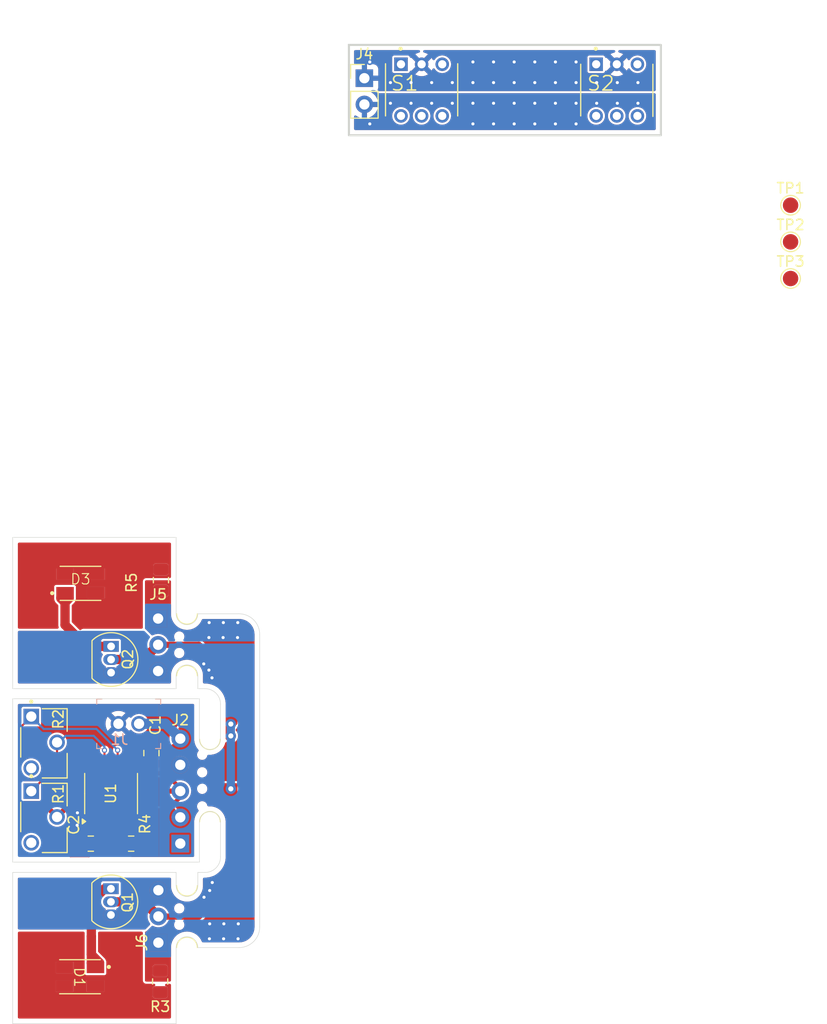
<source format=kicad_pcb>
(kicad_pcb (version 20241229) (generator "pcbnew") (generator_version "9.0")
  (layers (0 "F.Cu" signal) (2 "B.Cu" signal) (13 "F.Paste" user) (15 "B.Paste" user) (5 "F.SilkS" user "F.Silkscreen") (7 "B.SilkS" user "B.Silkscreen") (1 "F.Mask" user) (3 "B.Mask" user) (25 "Edge.Cuts" user))
  (net 0 "")
  (net 1 "Net-(U1-CV)")
  (net 2 "GND")
  (net 3 "/VT")
  (net 4 "Vin")
  (net 5 "+3V3")
  (net 6 "Net-(D1-A)")
  (net 7 "Net-(D3-A)")
  (net 8 "+9V")
  (net 9 "Net-(U1-DIS)")
  (net 10 "/Vout")
  (net 11 "Net-(D1-K)")
  (net 12 "Net-(D3-K)")
  (net 13 "Net-(U1-Q)")
  (footprint "Package_TO_SOT_THT:TO-92_Inline" (layer "F.Cu") (at 69.8 122.975 -90)
    (property "Reference" "Q1" (at 1.32 -1.61 90) (layer "F.SilkS"))
    (property "Value" "FMMT491A")
    (fp_line (start -0.53 1.85) (end 3.07 1.85) (stroke (width 0.12)) (layer "F.SilkS"))
    (fp_arc (start -0.568478 1.838478) (mid -1.132087 -0.994977) (end 1.27 -2.6) (stroke (width 0.12)) (layer "F.SilkS"))
    (fp_arc (start 1.27 -2.6) (mid 3.672087 -0.994977) (end 3.108478 1.838478) (stroke (width 0.12)) (layer "F.SilkS"))
    (pad "1" thru_hole rect (at 0 0 270) (size 1.05 1.5) (drill 0.75) (layers "*.Cu" "*.Mask") (net 11 "Net-(D1-K)"))
    (pad "2" thru_hole oval (at 1.27 0 270) (size 1.05 1.5) (drill 0.75) (layers "*.Cu" "*.Mask") (net 10 "/Vout"))
    (pad "3" thru_hole oval (at 2.54 0 270) (size 1.05 1.5) (drill 0.75) (layers "*.Cu" "*.Mask") (net 2 "GND"))
  )
  (footprint "Panelization.pretty-master:mouse-bite-2mm-slot" (layer "F.Cu") (at 77.175 125.675 90)
    (property "Reference" "mouse-bite-2mm-slot" (hide yes))
    (property "Value" "VAL**" (hide yes))
    (fp_arc (start -3 -1) (mid -2 0) (end -3 1) (stroke (width 0.1)) (layer "F.SilkS"))
    (fp_arc (start 3 1) (mid 2 0) (end 3 -1) (stroke (width 0.1)) (layer "F.SilkS"))
    (pad "" np_thru_hole circle (at -0.8 -0.75 90) (size 0.5 0.5) (drill 0.5) (layers "*.Cu" "*.Mask"))
    (pad "" np_thru_hole circle (at 0.8 -0.75 90) (size 0.5 0.5) (drill 0.5) (layers "*.Cu" "*.Mask"))
  )
  (footprint "PV37W:TRIM_PV37W103C01B00" (layer "F.Cu") (at 63.305 116.025 -90)
    (property "Reference" "R1" (at -2.225 -1.395 90) (layer "F.SilkS") (effects (font (size 1.000575 1.000575))))
    (property "Value" "50k")
    (fp_line (start -1.426 2.25) (end 1.426 2.25) (stroke (width 0.127)) (layer "F.SilkS"))
    (fp_line (start -3.26 0.156) (end -3.26 -2.25) (stroke (width 0.127)) (layer "F.SilkS"))
    (fp_line (start -3.26 -2.25) (end -1.074 -2.25) (stroke (width 0.127)) (layer "F.SilkS"))
    (fp_line (start 1.074 -2.25) (end 3.45 -2.25) (stroke (width 0.127)) (layer "F.SilkS"))
    (fp_line (start 3.45 -2.25) (end 3.45 0.156) (stroke (width 0.127)) (layer "F.SilkS"))
    (fp_circle (center -3.95 1.23) (end -3.85 1.23) (stroke (width 0.2)) (fill no) (layer "F.SilkS"))
    (pad "1" thru_hole rect (at -2.5 1.23 270) (size 1.508 1.508) (drill 1) (layers "*.Cu" "*.Mask") (net 9 "Net-(U1-DIS)"))
    (pad "2" thru_hole circle (at 0 -1.27 270) (size 1.508 1.508) (drill 1) (layers "*.Cu" "*.Mask") (net 4 "Vin"))
    (pad "3" thru_hole circle (at 2.5 1.23 270) (size 1.508 1.508) (drill 1) (layers "*.Cu" "*.Mask"))
  )
  (footprint "Diode_SMD:4-PLCC LED" (layer "F.Cu") (at 66.85 93.5)
    (property "Reference" "D3" (at 0 -0.5 0) (layer "F.SilkS") (effects (font (thickness 0.1))))
    (property "Value" "LED")
    (fp_line (start -1.975 -1.75) (end 1.975 -1.75) (stroke (width 0.12)) (layer "F.SilkS"))
    (fp_line (start -1.975 1.55) (end 1.975 1.55) (stroke (width 0.12)) (layer "F.SilkS"))
    (fp_circle (center -2.75 0.85) (end -2.65 0.85) (stroke (width 0.2)) (fill no) (layer "F.SilkS"))
    (pad "1" smd rect (at -1.5 0.8) (size 1.7 1.1) (layers "F.Cu" "F.Mask" "F.Paste") (net 12 "Net-(D3-K)"))
    (pad "2" smd rect (at -1.5 -1) (size 1.7 1.1) (layers "F.Cu" "F.Mask" "F.Paste") (net 7 "Net-(D3-A)"))
    (pad "2" smd rect (at 1.5 -1) (size 1.7 1.1) (layers "F.Cu" "F.Mask" "F.Paste") (net 7 "Net-(D3-A)"))
    (pad "2" smd rect (at 1.5 0.8) (size 1.7 1.1) (layers "F.Cu" "F.Mask" "F.Paste") (net 7 "Net-(D3-A)"))
  )
  (footprint "Capacitor_SMD:C_0805_2012Metric_Pad1.18x1.45mm_HandSolder" (layer "F.Cu") (at 71.7625 118.61)
    (property "Reference" "R4" (at 1.3425 -1.8975 90) (layer "F.SilkS"))
    (property "Value" "1k")
    (fp_line (start -0.261252 -0.735) (end 0.261252 -0.735) (stroke (width 0.12)) (layer "F.SilkS"))
    (fp_line (start -0.261252 0.735) (end 0.261252 0.735) (stroke (width 0.12)) (layer "F.SilkS"))
    (pad "1" smd roundrect (at -1.0375 0) (size 1.175 1.45) (layers "F.Cu" "F.Mask" "F.Paste") (roundrect_rratio 0.212766) (net 13 "Net-(U1-Q)"))
    (pad "2" smd roundrect (at 1.0375 0) (size 1.175 1.45) (layers "F.Cu" "F.Mask" "F.Paste") (roundrect_rratio 0.212766) (net 10 "/Vout"))
  )
  (footprint "TL2230EEF100:SW_TL2230EEF100" (layer "F.Cu") (at 99.925 45.625)
    (property "Reference" "S1" (at -1.65 -0.65 0) (layer "F.SilkS") (effects (font (size 1.4 1.4))))
    (property "Value" "TL2230EEF100")
    (fp_line (start -3.5 2.5) (end -3.5 -2.55) (stroke (width 0.127)) (layer "F.SilkS"))
    (fp_line (start 3.5 -2.55) (end 3.5 2.5) (stroke (width 0.127)) (layer "F.SilkS"))
    (fp_circle (center -2.04 -4) (end -1.94 -4) (stroke (width 0.2)) (fill no) (layer "F.SilkS"))
    (pad "1" thru_hole rect (at -2 -2.5) (size 1.308 1.308) (drill 0.8) (layers "*.Cu" "*.Mask"))
    (pad "2" thru_hole circle (at 0 -2.5) (size 1.308 1.308) (drill 0.8) (layers "*.Cu" "*.Mask") (net 8 "+9V"))
    (pad "3" thru_hole circle (at 2 -2.5) (size 1.308 1.308) (drill 0.8) (layers "*.Cu" "*.Mask") (net 4 "Vin"))
    (pad "4" thru_hole circle (at -2 2.5) (size 1.308 1.308) (drill 0.8) (layers "*.Cu" "*.Mask"))
    (pad "5" thru_hole circle (at 0 2.5) (size 1.308 1.308) (drill 0.8) (layers "*.Cu" "*.Mask"))
    (pad "6" thru_hole circle (at 2 2.5) (size 1.308 1.308) (drill 0.8) (layers "*.Cu" "*.Mask"))
  )
  (footprint "Connector_PinHeader_2.54mm:PinHeader_1x02_P2.54mm_Vertical" (layer "F.Cu") (at 94.375 44.475)
    (property "Reference" "J4" (at 0 -2.33 0) (layer "F.SilkS"))
    (property "Value" "Conn_01x02_Pin")
    (fp_line (start -1.33 -1.33) (end 0 -1.33) (stroke (width 0.12)) (layer "F.SilkS"))
    (fp_line (start -1.33 0) (end -1.33 -1.33) (stroke (width 0.12)) (layer "F.SilkS"))
    (fp_line (start -1.33 1.27) (end -1.33 3.87) (stroke (width 0.12)) (layer "F.SilkS"))
    (fp_line (start -1.33 1.27) (end 1.33 1.27) (stroke (width 0.12)) (layer "F.SilkS"))
    (fp_line (start -1.33 3.87) (end 1.33 3.87) (stroke (width 0.12)) (layer "F.SilkS"))
    (fp_line (start 1.33 1.27) (end 1.33 3.87) (stroke (width 0.12)) (layer "F.SilkS"))
    (pad "1" thru_hole rect (at 0 0) (size 1.7 1.7) (drill 1) (layers "*.Cu" "*.Mask") (net 8 "+9V"))
    (pad "2" thru_hole oval (at 0 2.54) (size 1.7 1.7) (drill 1) (layers "*.Cu" "*.Mask") (net 4 "Vin"))
  )
  (footprint "TestPoint:TestPoint_Pad_D1.5mm" (layer "F.Cu") (at 135.7 56.775)
    (property "Reference" "TP1" (at 0 -1.648 0) (layer "F.SilkS"))
    (property "Value" "TestPoint")
    (fp_circle (center 0 0) (end 0 0.95) (stroke (width 0.12)) (fill no) (layer "F.SilkS"))
    (pad "1" smd circle (at 0 0) (size 1.5 1.5) (layers "F.Cu" "F.Mask") (net 5 "+3V3"))
  )
  (footprint "Capacitor_SMD:C_0805_2012Metric_Pad1.18x1.45mm_HandSolder" (layer "F.Cu") (at 73.725 109.8375 90)
    (property "Reference" "C1" (at 2.7 0.38 90) (layer "F.SilkS"))
    (property "Value" "0.01uF")
    (fp_line (start -0.261252 -0.735) (end 0.261252 -0.735) (stroke (width 0.12)) (layer "F.SilkS"))
    (fp_line (start -0.261252 0.735) (end 0.261252 0.735) (stroke (width 0.12)) (layer "F.SilkS"))
    (pad "1" smd roundrect (at -1.0375 0 90) (size 1.175 1.45) (layers "F.Cu" "F.Mask" "F.Paste") (roundrect_rratio 0.212766) (net 1 "Net-(U1-CV)"))
    (pad "2" smd roundrect (at 1.0375 0 90) (size 1.175 1.45) (layers "F.Cu" "F.Mask" "F.Paste") (roundrect_rratio 0.212766) (net 2 "GND"))
  )
  (footprint "Panelization.pretty-master:mouse-bite-2mm-slot" (layer "F.Cu") (at 79.4 112.5 90)
    (property "Reference" "mouse-bite-2mm-slot" (hide yes))
    (property "Value" "VAL**" (hide yes))
    (fp_arc (start -4 -1) (mid -3 0) (end -4 1) (stroke (width 0.1)) (layer "F.SilkS"))
    (fp_arc (start 4 1) (mid 3 0) (end 4 -1) (stroke (width 0.1)) (layer "F.SilkS"))
    (pad "" np_thru_hole circle (at -2.5 -0.75 90) (size 0.5 0.5) (drill 0.5) (layers "*.Cu" "*.Mask"))
    (pad "" np_thru_hole circle (at -0.8 -0.75 90) (size 0.5 0.5) (drill 0.5) (layers "*.Cu" "*.Mask"))
    (pad "" np_thru_hole circle (at 0.8 -0.75 90) (size 0.5 0.5) (drill 0.5) (layers "*.Cu" "*.Mask"))
    (pad "" np_thru_hole circle (at 2.5 -0.75 90) (size 0.5 0.5) (drill 0.5) (layers "*.Cu" "*.Mask"))
  )
  (footprint "Capacitor_SMD:C_0805_2012Metric_Pad1.18x1.45mm_HandSolder" (layer "F.Cu") (at 74.575 131.9625 -90)
    (property "Reference" "R3" (at 2.4375 0 0) (layer "F.SilkS"))
    (property "Value" "120")
    (fp_line (start -0.261252 0.735) (end 0.261252 0.735) (stroke (width 0.12)) (layer "F.SilkS"))
    (fp_line (start -0.261252 -0.735) (end 0.261252 -0.735) (stroke (width 0.12)) (layer "F.SilkS"))
    (pad "1" smd roundrect (at -1.0375 0 270) (size 1.175 1.45) (layers "F.Cu" "F.Mask" "F.Paste") (roundrect_rratio 0.212766) (net 8 "+9V"))
    (pad "2" smd roundrect (at 1.0375 0 270) (size 1.175 1.45) (layers "F.Cu" "F.Mask" "F.Paste") (roundrect_rratio 0.212766) (net 6 "Net-(D1-A)"))
  )
  (footprint "TL2230EEF100:SW_TL2230EEF100" (layer "F.Cu") (at 118.85 45.625)
    (property "Reference" "S2" (at -1.55 -0.65 0) (layer "F.SilkS") (effects (font (size 1.4 1.4))))
    (property "Value" "TL2230EEF100")
    (fp_line (start -3.5 2.5) (end -3.5 -2.5) (stroke (width 0.127)) (layer "F.SilkS"))
    (fp_line (start 3.5 -2.5) (end 3.5 2.55) (stroke (width 0.127)) (layer "F.SilkS"))
    (fp_circle (center -2.04 -4) (end -1.94 -4) (stroke (width 0.2)) (fill no) (layer "F.SilkS"))
    (pad "1" thru_hole rect (at -2 -2.5) (size 1.308 1.308) (drill 0.8) (layers "*.Cu" "*.Mask"))
    (pad "2" thru_hole circle (at 0 -2.5) (size 1.308 1.308) (drill 0.8) (layers "*.Cu" "*.Mask") (net 8 "+9V"))
    (pad "3" thru_hole circle (at 2 -2.5) (size 1.308 1.308) (drill 0.8) (layers "*.Cu" "*.Mask") (net 4 "Vin"))
    (pad "4" thru_hole circle (at -2 2.5) (size 1.308 1.308) (drill 0.8) (layers "*.Cu" "*.Mask"))
    (pad "5" thru_hole circle (at 0 2.5) (size 1.308 1.308) (drill 0.8) (layers "*.Cu" "*.Mask"))
    (pad "6" thru_hole circle (at 2 2.5) (size 1.308 1.308) (drill 0.8) (layers "*.Cu" "*.Mask"))
  )
  (footprint "Connector_PinHeader_2.54mm:PinHeader_1x05_P2.54mm_Vertical" (layer "F.Cu") (at 76.525 118.6 180)
    (property "Reference" "J2" (at 0 11.9625 0) (layer "F.SilkS"))
    (property "Value" "Conn_01x05_Pin")
    (pad "1" thru_hole rect (at 0 0 180) (size 1.7 1.7) (drill 1) (layers "*.Cu" "*.Mask") (net 10 "/Vout"))
    (pad "2" thru_hole oval (at 0 2.54 180) (size 1.7 1.7) (drill 1) (layers "*.Cu" "*.Mask") (net 10 "/Vout"))
    (pad "3" thru_hole oval (at 0 5.08 180) (size 1.7 1.7) (drill 1) (layers "*.Cu" "*.Mask") (net 4 "Vin"))
    (pad "4" thru_hole oval (at 0 7.62 180) (size 1.7 1.7) (drill 1) (layers "*.Cu" "*.Mask") (net 2 "GND"))
    (pad "5" thru_hole oval (at 0 10.16 180) (size 1.7 1.7) (drill 1) (layers "*.Cu" "*.Mask") (net 8 "+9V"))
  )
  (footprint "PV37W:TRIM_PV37W103C01B00" (layer "F.Cu") (at 63.305 108.8 -90)
    (property "Reference" "R2" (at -2.25 -1.395 90) (layer "F.SilkS") (effects (font (size 1.000575 1.000575))))
    (property "Value" "50k")
    (fp_line (start -1.426 2.25) (end 1.426 2.25) (stroke (width 0.127)) (layer "F.SilkS"))
    (fp_line (start -3.26 0.156) (end -3.26 -2.25) (stroke (width 0.127)) (layer "F.SilkS"))
    (fp_line (start -3.26 -2.25) (end -1.074 -2.25) (stroke (width 0.127)) (layer "F.SilkS"))
    (fp_line (start 1.074 -2.25) (end 3.45 -2.25) (stroke (width 0.127)) (layer "F.SilkS"))
    (fp_line (start 3.45 -2.25) (end 3.45 0.156) (stroke (width 0.127)) (layer "F.SilkS"))
    (fp_circle (center -3.95 1.23) (end -3.85 1.23) (stroke (width 0.2)) (fill no) (layer "F.SilkS"))
    (pad "1" thru_hole rect (at -2.5 1.23 270) (size 1.508 1.508) (drill 1) (layers "*.Cu" "*.Mask") (net 3 "/VT"))
    (pad "2" thru_hole circle (at 0 -1.27 270) (size 1.508 1.508) (drill 1) (layers "*.Cu" "*.Mask") (net 9 "Net-(U1-DIS)"))
    (pad "3" thru_hole circle (at 2.5 1.23 270) (size 1.508 1.508) (drill 1) (layers "*.Cu" "*.Mask"))
  )
  (footprint "Capacitor_SMD:C_0805_2012Metric_Pad1.18x1.45mm_HandSolder" (layer "F.Cu") (at 74.65 93.0875 90)
    (property "Reference" "R5" (at -0.25 -2.855 90) (layer "F.SilkS"))
    (property "Value" "120")
    (fp_line (start -0.261252 -0.735) (end 0.261252 -0.735) (stroke (width 0.12)) (layer "F.SilkS"))
    (fp_line (start -0.261252 0.735) (end 0.261252 0.735) (stroke (width 0.12)) (layer "F.SilkS"))
    (pad "1" smd roundrect (at -1.0375 0 90) (size 1.175 1.45) (layers "F.Cu" "F.Mask" "F.Paste") (roundrect_rratio 0.212766) (net 8 "+9V"))
    (pad "2" smd roundrect (at 1.0375 0 90) (size 1.175 1.45) (layers "F.Cu" "F.Mask" "F.Paste") (roundrect_rratio 0.212766) (net 7 "Net-(D3-A)"))
  )
  (footprint "Diode_SMD:4-PLCC LED" (layer "F.Cu") (at 66.8 131.4 180)
    (property "Reference" "D1" (at 0.05 -0.15 270) (layer "F.SilkS") (effects (font (thickness 0.12))))
    (property "Value" "LED")
    (fp_line (start -1.975 1.55) (end 1.975 1.55) (stroke (width 0.12)) (layer "F.SilkS"))
    (fp_line (start -1.975 -1.75) (end 1.975 -1.75) (stroke (width 0.12)) (layer "F.SilkS"))
    (fp_circle (center -2.8 0.85) (end -2.7 0.85) (stroke (width 0.2)) (fill no) (layer "F.SilkS"))
    (pad "1" smd rect (at -1.5 0.8 180) (size 1.7 1.1) (layers "F.Cu" "F.Mask" "F.Paste") (net 11 "Net-(D1-K)"))
    (pad "2" smd rect (at -1.5 -1 180) (size 1.7 1.1) (layers "F.Cu" "F.Mask" "F.Paste") (net 6 "Net-(D1-A)"))
    (pad "2" smd rect (at 1.5 -1 180) (size 1.7 1.1) (layers "F.Cu" "F.Mask" "F.Paste") (net 6 "Net-(D1-A)"))
    (pad "2" smd rect (at 1.5 0.8 180) (size 1.7 1.1) (layers "F.Cu" "F.Mask" "F.Paste") (net 6 "Net-(D1-A)"))
  )
  (footprint "Connector_PinHeader_2.54mm:PinHeader_1x03_P2.54mm_Vertical" (layer "F.Cu") (at 74.375 96.81)
    (property "Reference" "J5" (at 0 -2.33 0) (layer "F.SilkS"))
    (property "Value" "Conn_01x03_Pin")
    (pad "1" thru_hole rect (at 0 0) (size 1.7 1.7) (drill 1) (layers "*.Cu" "*.Mask") (net 8 "+9V"))
    (pad "2" thru_hole oval (at 0 2.54) (size 1.7 1.7) (drill 1) (layers "*.Cu" "*.Mask") (net 10 "/Vout"))
    (pad "3" thru_hole oval (at 0 5.08) (size 1.7 1.7) (drill 1) (layers "*.Cu" "*.Mask") (net 2 "GND"))
  )
  (footprint "Capacitor_SMD:C_0805_2012Metric_Pad1.18x1.45mm_HandSolder" (layer "F.Cu") (at 67.8475 118.61 180)
    (property "Reference" "C2" (at 1.6425 1.8225 90) (layer "F.SilkS"))
    (property "Value" "47uF")
    (fp_line (start -0.261252 0.735) (end 0.261252 0.735) (stroke (width 0.12)) (layer "F.SilkS"))
    (fp_line (start -0.261252 -0.735) (end 0.261252 -0.735) (stroke (width 0.12)) (layer "F.SilkS"))
    (pad "1" smd roundrect (at -1.0375 0 180) (size 1.175 1.45) (layers "F.Cu" "F.Mask" "F.Paste") (roundrect_rratio 0.212766) (net 3 "/VT"))
    (pad "2" smd roundrect (at 1.0375 0 180) (size 1.175 1.45) (layers "F.Cu" "F.Mask" "F.Paste") (roundrect_rratio 0.212766) (net 2 "GND"))
  )
  (footprint "TestPoint:TestPoint_Pad_D1.5mm" (layer "F.Cu") (at 135.7 63.875)
    (property "Reference" "TP3" (at 0 -1.648 0) (layer "F.SilkS"))
    (property "Value" "TestPoint")
    (fp_circle (center 0 0) (end 0 0.95) (stroke (width 0.12)) (fill no) (layer "F.SilkS"))
    (pad "1" smd circle (at 0 0) (size 1.5 1.5) (layers "F.Cu" "F.Mask") (net 2 "GND"))
  )
  (footprint "TestPoint:TestPoint_Pad_D1.5mm" (layer "F.Cu") (at 135.7 60.325)
    (property "Reference" "TP2" (at 0 -1.648 0) (layer "F.SilkS"))
    (property "Value" "TestPoint")
    (fp_circle (center 0 0) (end 0 0.95) (stroke (width 0.12)) (fill no) (layer "F.SilkS"))
    (pad "1" smd circle (at 0 0) (size 1.5 1.5) (layers "F.Cu" "F.Mask") (net 4 "Vin"))
  )
  (footprint "Package_SO:SOIC-8_3.9x4.9mm_P1.27mm" (layer "F.Cu") (at 69.815 113.76 90)
    (property "Reference" "U1" (at 0 -0.03 90) (layer "F.SilkS"))
    (property "Value" "LM555xM")
    (fp_line (start 0 -2.56) (end 1.95 -2.56) (stroke (width 0.12)) (layer "F.SilkS"))
    (fp_line (start 0 -2.56) (end -1.95 -2.56) (stroke (width 0.12)) (layer "F.SilkS"))
    (fp_line (start 0 2.56) (end 1.95 2.56) (stroke (width 0.12)) (layer "F.SilkS"))
    (fp_line (start 0 2.56) (end -1.95 2.56) (stroke (width 0.12)) (layer "F.SilkS"))
    (fp_poly (pts (xy -2.7 -2.465) (xy -2.94 -2.795) (xy -2.46 -2.795) (xy -2.7 -2.465)) (stroke (width 0.12)) (fill yes) (layer "F.SilkS"))
    (pad "1" smd roundrect (at -2.475 -1.905 90) (size 1.95 0.6) (layers "F.Cu" "F.Mask" "F.Paste") (net 2 "GND"))
    (pad "2" smd roundrect (at -2.475 -0.635 90) (size 1.95 0.6) (layers "F.Cu" "F.Mask" "F.Paste") (net 3 "/VT"))
    (pad "3" smd roundrect (at -2.475 0.635 90) (size 1.95 0.6) (layers "F.Cu" "F.Mask" "F.Paste") (net 13 "Net-(U1-Q)"))
    (pad "4" smd roundrect (at -2.475 1.905 90) (size 1.95 0.6) (layers "F.Cu" "F.Mask" "F.Paste") (net 4 "Vin"))
    (pad "5" smd roundrect (at 2.475 1.905 90) (size 1.95 0.6) (layers "F.Cu" "F.Mask" "F.Paste") (net 1 "Net-(U1-CV)"))
    (pad "6" smd roundrect (at 2.475 0.635 90) (size 1.95 0.6) (layers "F.Cu" "F.Mask" "F.Paste") (net 3 "/VT"))
    (pad "7" smd roundrect (at 2.475 -0.635 90) (size 1.95 0.6) (layers "F.Cu" "F.Mask" "F.Paste") (net 9 "Net-(U1-DIS)"))
    (pad "8" smd roundrect (at 2.475 -1.905 90) (size 1.95 0.6) (layers "F.Cu" "F.Mask" "F.Paste") (net 4 "Vin"))
  )
  (footprint "Panelization.pretty-master:mouse-bite-2mm-slot" (layer "F.Cu") (at 77.175 99.35 90)
    (property "Reference" "mouse-bite-2mm-slot" (hide yes))
    (property "Value" "VAL**" (hide yes))
    (fp_arc (start -3 -1) (mid -2 0) (end -3 1) (stroke (width 0.1)) (layer "F.SilkS"))
    (fp_arc (start 3 1) (mid 2 0) (end 3 -1) (stroke (width 0.1)) (layer "F.SilkS"))
    (pad "" np_thru_hole circle (at -0.8 -0.75 90) (size 0.5 0.5) (drill 0.5) (layers "*.Cu" "*.Mask"))
    (pad "" np_thru_hole circle (at 0.8 -0.75 90) (size 0.5 0.5) (drill 0.5) (layers "*.Cu" "*.Mask"))
  )
  (footprint "Package_TO_SOT_THT:TO-92_Inline" (layer "F.Cu") (at 69.815 99.505 -90)
    (property "Reference" "Q2" (at 1.245 -1.625 90) (layer "F.SilkS"))
    (property "Value" "FMMT491A")
    (fp_line (start -0.53 1.85) (end 3.07 1.85) (stroke (width 0.12)) (layer "F.SilkS"))
    (fp_arc (start -0.568478 1.838478) (mid -1.132087 -0.994977) (end 1.27 -2.6) (stroke (width 0.12)) (layer "F.SilkS"))
    (fp_arc (start 1.27 -2.6) (mid 3.672087 -0.994977) (end 3.108478 1.838478) (stroke (width 0.12)) (layer "F.SilkS"))
    (pad "1" thru_hole rect (at 0 0 270) (size 1.05 1.5) (drill 0.75) (layers "*.Cu" "*.Mask") (net 12 "Net-(D3-K)"))
    (pad "2" thru_hole oval (at 1.27 0 270) (size 1.05 1.5) (drill 0.75) (layers "*.Cu" "*.Mask") (net 10 "/Vout"))
    (pad "3" thru_hole oval (at 2.54 0 270) (size 1.05 1.5) (drill 0.75) (layers "*.Cu" "*.Mask") (net 2 "GND"))
  )
  (footprint "Connector_PinHeader_2.54mm:PinHeader_1x03_P2.54mm_Vertical" (layer "F.Cu") (at 74.4 128.2 180)
    (property "Reference" "J6" (at 1.6 0.025 90) (layer "F.SilkS"))
    (property "Value" "Conn_01x03_Pin")
    (pad "1" thru_hole rect (at 0 0 180) (size 1.7 1.7) (drill 1) (layers "*.Cu" "*.Mask") (net 8 "+9V"))
    (pad "2" thru_hole oval (at 0 2.54 180) (size 1.7 1.7) (drill 1) (layers "*.Cu" "*.Mask") (net 10 "/Vout"))
    (pad "3" thru_hole oval (at 0 5.08 180) (size 1.7 1.7) (drill 1) (layers "*.Cu" "*.Mask") (net 2 "GND"))
  )
  (footprint "digikey-footprints:PinHeader_1x2_P2mm_Drill1mm" (layer "B.Cu") (at 70.525 107)
    (property "Reference" "J1" (at 0.1 1.525 0) (layer "B.SilkS") (effects (justify mirror)))
    (property "Value" "B2B-PH-K-S_LF__SN_")
    (fp_line (start -2.1 -1.9) (end -2.1 -2.4) (stroke (width 0.1)) (layer "B.SilkS"))
    (fp_line (start -2.1 1.9) (end -2.1 2.4) (stroke (width 0.1)) (layer "B.SilkS"))
    (fp_line (start -1.6 -2.4) (end -2.1 -2.4) (stroke (width 0.1)) (layer "B.SilkS"))
    (fp_line (start -1.6 2.4) (end -2.1 2.4) (stroke (width 0.1)) (layer "B.SilkS"))
    (fp_line (start 3.6 -2.4) (end 4.1 -2.4) (stroke (width 0.1)) (layer "B.SilkS"))
    (fp_line (start 3.6 2.4) (end 4.1 2.4) (stroke (width 0.1)) (layer "B.SilkS"))
    (fp_line (start 4.1 -1.9) (end 4.1 -2.4) (stroke (width 0.1)) (layer "B.SilkS"))
    (fp_line (start 4.1 1.9) (end 4.1 2.4) (stroke (width 0.1)) (layer "B.SilkS"))
    (pad "1" thru_hole circle (at 0 0) (size 1.5 1.5) (drill 1) (layers "*.Cu" "*.Mask") (net 2 "GND"))
    (pad "2" thru_hole circle (at 2 0) (size 1.5 1.5) (drill 1) (layers "*.Cu" "*.Mask") (net 8 "+9V"))
  )
  (gr_line (start 76.125 102.35) (end 76.125 103.6) (stroke (width 0.05)) (layer "Edge.Cuts"))
  (gr_arc (start 82.225 96.35) (mid 83.639214 96.935786) (end 84.225 98.35) (stroke (width 0.05)) (layer "Edge.Cuts"))
  (gr_line (start 84.225 126.675) (end 84.225 98.35) (stroke (width 0.05)) (layer "Edge.Cuts"))
  (gr_arc (start 78.375 116.525) (mid 79.4 115.5) (end 80.425 116.525) (stroke (width 0.05)) (layer "Edge.Cuts"))
  (gr_arc (start 80.425 119.9) (mid 79.98566 120.96066) (end 78.925 121.4) (stroke (width 0.05)) (layer "Edge.Cuts"))
  (gr_line (start 78.375 108.475) (end 78.375 104.575) (stroke (width 0.05)) (layer "Edge.Cuts"))
  (gr_line (start 80.425 116.525) (end 80.425 119.9) (stroke (width 0.05)) (layer "Edge.Cuts"))
  (gr_line (start 80.425 105.1) (end 80.425 108.475) (stroke (width 0.05)) (layer "Edge.Cuts"))
  (gr_line (start 60.275 88.95) (end 76.125 88.95) (stroke (width 0.05)) (layer "Edge.Cuts"))
  (gr_line (start 60.275 103.6) (end 60.275 88.95) (stroke (width 0.05)) (layer "Edge.Cuts"))
  (gr_line (start 78.225 103.6) (end 78.925 103.6) (stroke (width 0.05)) (layer "Edge.Cuts"))
  (gr_line (start 76.125 128.675) (end 76.125 136.05) (stroke (width 0.05)) (layer "Edge.Cuts"))
  (gr_line (start 60.275 136.05) (end 60.275 121.4) (stroke (width 0.05)) (layer "Edge.Cuts"))
  (gr_line (start 60.275 120.4) (end 60.275 104.575) (stroke (width 0.05)) (layer "Edge.Cuts"))
  (gr_line (start 78.225 96.35) (end 82.225 96.35) (stroke (width 0.05)) (layer "Edge.Cuts"))
  (gr_arc (start 76.125 128.675) (mid 77.175 127.625) (end 78.225 128.675) (stroke (width 0.05)) (layer "Edge.Cuts"))
  (gr_arc (start 76.125 102.35) (mid 77.175 101.3) (end 78.225 102.35) (stroke (width 0.05)) (layer "Edge.Cuts"))
  (gr_line (start 78.925 121.4) (end 78.225 121.4) (stroke (width 0.05)) (layer "Edge.Cuts"))
  (gr_line (start 76.125 121.4) (end 60.275 121.4) (stroke (width 0.05)) (layer "Edge.Cuts"))
  (gr_line (start 78.375 104.575) (end 60.275 104.575) (stroke (width 0.05)) (layer "Edge.Cuts"))
  (gr_arc (start 78.925 103.6) (mid 79.98566 104.03934) (end 80.425 105.1) (stroke (width 0.05)) (layer "Edge.Cuts"))
  (gr_line (start 78.225 102.35) (end 78.225 103.6) (stroke (width 0.05)) (layer "Edge.Cuts"))
  (gr_line (start 60.275 136.05) (end 76.125 136.05) (stroke (width 0.05)) (layer "Edge.Cuts"))
  (gr_arc (start 80.425 108.475) (mid 79.4 109.5) (end 78.375 108.475) (stroke (width 0.05)) (layer "Edge.Cuts"))
  (gr_line (start 60.275 103.6) (end 76.125 103.6) (stroke (width 0.05)) (layer "Edge.Cuts"))
  (gr_line (start 78.375 116.525) (end 78.375 120.4) (stroke (width 0.05)) (layer "Edge.Cuts"))
  (gr_line (start 76.125 121.4) (end 76.125 122.675) (stroke (width 0.05)) (layer "Edge.Cuts"))
  (gr_rect (start 92.875 41.25) (end 123.125 50) (stroke (width 0.2)) (fill no) (layer "Edge.Cuts"))
  (gr_line (start 78.225 128.675) (end 82.225 128.675) (stroke (width 0.05)) (layer "Edge.Cuts"))
  (gr_arc (start 78.225 122.675) (mid 77.175 123.725) (end 76.125 122.675) (stroke (width 0.05)) (layer "Edge.Cuts"))
  (gr_line (start 60.275 120.4) (end 78.375 120.4) (stroke (width 0.05)) (layer "Edge.Cuts"))
  (gr_arc (start 78.225 96.35) (mid 77.175 97.4) (end 76.125 96.35) (stroke (width 0.05)) (layer "Edge.Cuts"))
  (gr_arc (start 84.225 126.675) (mid 83.639214 128.089214) (end 82.225 128.675) (stroke (width 0.05)) (layer "Edge.Cuts"))
  (gr_line (start 76.125 88.95) (end 76.125 96.35) (stroke (width 0.05)) (layer "Edge.Cuts"))
  (gr_line (start 78.225 121.4) (end 78.225 122.675) (stroke (width 0.05)) (layer "Edge.Cuts"))
  (segment (start 72.925 110.885) (end 71.85 111.96) (width 0.6) (layer "F.Cu") (net 1))
  (segment (start 71.825 111.41) (end 71.825 111.96) (width 0.6) (layer "F.Cu") (net 1))
  (segment (start 71.72 110.585) (end 71.72 111.285) (width 0.6) (layer "F.Cu") (net 1))
  (segment (start 73.45 111.16) (end 72.075 111.16) (width 0.6) (layer "F.Cu") (net 1))
  (segment (start 73.725 110.885) (end 72.925 110.885) (width 0.6) (layer "F.Cu") (net 1))
  (segment (start 73.725 110.885) (end 73.45 111.16) (width 0.6) (layer "F.Cu") (net 1))
  (segment (start 73.45 110.585) (end 71.72 110.585) (width 0.6) (layer "F.Cu") (net 1))
  (segment (start 72.075 111.16) (end 71.825 111.41) (width 0.6) (layer "F.Cu") (net 1))
  (via (at 79.375 123.15) (size 0.5) (drill 0.3) (layers "F.Cu" "B.Cu") (net 2))
  (via (at 79.625 122.375) (size 0.5) (drill 0.3) (layers "F.Cu" "B.Cu") (net 2))
  (via (at 79.6 102.55) (size 0.5) (drill 0.3) (layers "F.Cu" "B.Cu") (net 2))
  (via (at 79.3 101.8) (size 0.5) (drill 0.3) (layers "F.Cu" "B.Cu") (net 2))
  (via (at 66.525 116.825) (size 0.5) (drill 0.3) (layers "F.Cu" "B.Cu") (net 2))
  (via (at 78.825 123.8) (size 0.5) (drill 0.3) (layers "F.Cu" "B.Cu") (net 2))
  (via (at 78.8 101.2) (size 0.5) (drill 0.3) (layers "F.Cu" "B.Cu") (net 2))
  (via (at 66.55 115.625) (size 0.5) (drill 0.3) (layers "F.Cu" "B.Cu") (net 2))
  (segment (start 67.67 119.825) (end 68.885 118.61) (width 0.2) (layer "F.Cu") (net 3))
  (segment (start 69.18 117.555) (end 68.6 118.135) (width 0.6) (layer "F.Cu") (net 3))
  (segment (start 69.18 116.235) (end 69.18 117.555) (width 0.6) (layer "F.Cu") (net 3))
  (segment (start 70.45 109.56) (end 70.45 111.285) (width 0.2) (layer "F.Cu") (net 3))
  (segment (start 60.975 107.4) (end 60.975 114.925) (width 0.2) (layer "F.Cu") (net 3))
  (segment (start 62.075 106.3) (end 60.975 107.4) (width 0.2) (layer "F.Cu") (net 3))
  (segment (start 69.18 116.235) (end 69.18 118.315) (width 0.6) (layer "F.Cu") (net 3))
  (segment (start 65.875 119.825) (end 67.67 119.825) (width 0.2) (layer "F.Cu") (net 3))
  (segment (start 69.18 118.315) (end 68.885 118.61) (width 0.6) (layer "F.Cu") (net 3))
  (segment (start 60.975 114.925) (end 65.875 119.825) (width 0.2) (layer "F.Cu") (net 3))
  (via (at 70.45 109.56) (size 0.5) (drill 0.3) (layers "F.Cu" "B.Cu") (net 3))
  (segment (start 70.45 109.56) (end 68.39 107.5) (width 0.2) (layer "B.Cu") (net 3))
  (segment (start 68.39 107.5) (end 63.275 107.5) (width 0.2) (layer "B.Cu") (net 3))
  (segment (start 63.275 107.5) (end 62.075 106.3) (width 0.2) (layer "B.Cu") (net 3))
  (segment (start 76.525 113.25) (end 75.675 112.4) (width 0.4) (layer "F.Cu") (net 4))
  (segment (start 71.72 116.235) (end 71.72 115.260001) (width 0.6) (layer "F.Cu") (net 4))
  (segment (start 76.525 113.275) (end 76.525 113.25) (width 0.4) (layer "F.Cu") (net 4))
  (segment (start 71.72 115.260001) (end 70.219999 113.76) (width 0.6) (layer "F.Cu") (net 4))
  (segment (start 76.525 113.52) (end 76.525 113.275) (width 0.5) (layer "F.Cu") (net 4))
  (segment (start 76.525 114.075) (end 76.525 114.1) (width 0.4) (layer "F.Cu") (net 4))
  (segment (start 75.85 114.775) (end 75.6 114.775) (width 0.4) (layer "F.Cu") (net 4))
  (segment (start 76.525 113.52) (end 76.525 114.075) (width 0.5) (layer "F.Cu") (net 4))
  (segment (start 67.91 113.545) (end 67.91 113.185) (width 0.6) (layer "F.Cu") (net 4))
  (segment (start 68.125 113.76) (end 67.91 113.545) (width 0.6) (layer "F.Cu") (net 4))
  (segment (start 67.91 113.185) (end 67.91 111.285) (width 0.6) (layer "F.Cu") (net 4))
  (segment (start 75.675 112.4) (end 75.625 112.4) (width 0.4) (layer "F.Cu") (net 4))
  (segment (start 70.219999 113.76) (end 68.125 113.76) (width 0.6) (layer "F.Cu") (net 4))
  (segment (start 76.525 114.1) (end 75.85 114.775) (width 0.4) (layer "F.Cu") (net 4))
  (via (at 114.9 48.9) (size 0.6) (drill 0.3) (layers "F.Cu" "B.Cu") (net 4))
  (via (at 106.9 46.9) (size 0.6) (drill 0.3) (layers "F.Cu" "B.Cu") (net 4))
  (via (at 96.9 46.9) (size 0.6) (drill 0.3) (layers "F.Cu" "B.Cu") (net 4))
  (via (at 98.9 46.9) (size 0.6) (drill 0.3) (layers "F.Cu" "B.Cu") (net 4))
  (via (at 104.9 46.9) (size 0.6) (drill 0.3) (layers "F.Cu" "B.Cu") (net 4))
  (via (at 116.9 46.9) (size 0.6) (drill 0.3) (layers "F.Cu" "B.Cu") (net 4))
  (via (at 108.9 48.9) (size 0.6) (drill 0.3) (layers "F.Cu" "B.Cu") (net 4))
  (via (at 110.9 46.9) (size 0.6) (drill 0.3) (layers "F.Cu" "B.Cu") (net 4))
  (via (at 100.9 46.9) (size 0.6) (drill 0.3) (layers "F.Cu" "B.Cu") (net 4))
  (via (at 112.9 46.9) (size 0.6) (drill 0.3) (layers "F.Cu" "B.Cu") (net 4))
  (via (at 104.9 48.9) (size 0.6) (drill 0.3) (layers "F.Cu" "B.Cu") (net 4))
  (via (at 94.9 48.9) (size 0.6) (drill 0.3) (layers "F.Cu" "B.Cu") (net 4))
  (via (at 120.9 46.9) (size 0.6) (drill 0.3) (layers "F.Cu" "B.Cu") (net 4))
  (via (at 114.9 46.9) (size 0.6) (drill 0.3) (layers "F.Cu" "B.Cu") (net 4))
  (via (at 118.9 46.9) (size 0.6) (drill 0.3) (layers "F.Cu" "B.Cu") (net 4))
  (via (at 110.9 48.9) (size 0.6) (drill 0.3) (layers "F.Cu" "B.Cu") (net 4))
  (via (at 106.9 48.9) (size 0.6) (drill 0.3) (layers "F.Cu" "B.Cu") (net 4))
  (via (at 108.9 46.9) (size 0.6) (drill 0.3) (layers "F.Cu" "B.Cu") (net 4))
  (via (at 112.9 48.9) (size 0.6) (drill 0.3) (layers "F.Cu" "B.Cu") (net 4))
  (via (at 102.9 46.9) (size 0.6) (drill 0.3) (layers "F.Cu" "B.Cu") (net 4))
  (via (at 110.9 44.9) (size 0.6) (drill 0.3) (layers "F.Cu" "B.Cu") (net 8))
  (via (at 104.9 42.9) (size 0.6) (drill 0.3) (layers "F.Cu" "B.Cu") (net 8))
  (via (at 110.9 42.9) (size 0.6) (drill 0.3) (layers "F.Cu" "B.Cu") (net 8))
  (via (at 114.9 44.9) (size 0.6) (drill 0.3) (layers "F.Cu" "B.Cu") (net 8))
  (via (at 106.9 42.9) (size 0.6) (drill 0.3) (layers "F.Cu" "B.Cu") (net 8))
  (via (at 82.1 97.2) (size 0.6) (drill 0.3) (layers "F.Cu" "B.Cu") (net 8))
  (via (at 102.9 44.9) (size 0.6) (drill 0.3) (layers "F.Cu" "B.Cu") (net 8))
  (via (at 106.9 44.9) (size 0.6) (drill 0.3) (layers "F.Cu" "B.Cu") (net 8))
  (via (at 82.125 127.825) (size 0.6) (drill 0.3) (layers "F.Cu" "B.Cu") (net 8))
  (via (at 112.9 42.9) (size 0.6) (drill 0.3) (layers "F.Cu" "B.Cu") (net 8))
  (via (at 80.7 97.2) (size 0.6) (drill 0.3) (layers "F.Cu" "B.Cu") (net 8))
  (via (at 80.75 126.375) (size 0.6) (drill 0.3) (layers "F.Cu" "B.Cu") (net 8))
  (via (at 118.9 44.9) (size 0.6) (drill 0.3) (layers "F.Cu" "B.Cu") (net 8))
  (via (at 108.9 44.9) (size 0.6) (drill 0.3) (layers "F.Cu" "B.Cu") (net 8))
  (via (at 80.725 127.825) (size 0.6) (drill 0.3) (layers "F.Cu" "B.Cu") (net 8))
  (via (at 79.325 97.2) (size 0.6) (drill 0.3) (layers "F.Cu" "B.Cu") (net 8))
  (via (at 108.9 42.9) (size 0.6) (drill 0.3) (layers "F.Cu" "B.Cu") (net 8))
  (via (at 120.9 44.9) (size 0.6) (drill 0.3) (layers "F.Cu" "B.Cu") (net 8))
  (via (at 96.9 44.9) (size 0.6) (drill 0.3) (layers "F.Cu" "B.Cu") (net 8))
  (via (at 79.3 98.65) (size 0.6) (drill 0.3) (layers "F.Cu" "B.Cu") (net 8))
  (via (at 82.075 98.65) (size 0.6) (drill 0.3) (layers "F.Cu" "B.Cu") (net 8))
  (via (at 112.9 44.9) (size 0.6) (drill 0.3) (layers "F.Cu" "B.Cu") (net 8))
  (via (at 80.675 98.65) (size 0.6) (drill 0.3) (layers "F.Cu" "B.Cu") (net 8))
  (via (at 98.9 44.9) (size 0.6) (drill 0.3) (layers "F.Cu" "B.Cu") (net 8))
  (via (at 79.375 126.375) (size 0.6) (drill 0.3) (layers "F.Cu" "B.Cu") (net 8))
  (via (at 116.9 44.9) (size 0.6) (drill 0.3) (layers "F.Cu" "B.Cu") (net 8))
  (via (at 79.35 127.825) (size 0.6) (drill 0.3) (layers "F.Cu" "B.Cu") (net 8))
  (via (at 100.9 44.9) (size 0.6) (drill 0.3) (layers "F.Cu" "B.Cu") (net 8))
  (via (at 104.9 44.9) (size 0.6) (drill 0.3) (layers "F.Cu" "B.Cu") (net 8))
  (via (at 114.9 42.9) (size 0.6) (drill 0.3) (layers "F.Cu" "B.Cu") (net 8))
  (via (at 94.9 42.9) (size 0.6) (drill 0.3) (layers "F.Cu" "B.Cu") (net 8))
  (via (at 82.15 126.375) (size 0.6) (drill 0.3) (layers "F.Cu" "B.Cu") (net 8))
  (segment (start 75.085 107) (end 76.525 108.44) (width 1) (layer "B.Cu") (net 8))
  (segment (start 72.525 107) (end 75.085 107) (width 1) (layer "B.Cu") (net 8))
  (segment (start 69.175 111.28) (end 69.18 111.285) (width 0.2) (layer "F.Cu") (net 9))
  (segment (start 64.575 108.8) (end 64.575 111.025) (width 0.2) (layer "F.Cu") (net 9))
  (segment (start 69.175 109.56) (end 69.175 111.28) (width 0.2) (layer "F.Cu") (net 9))
  (segment (start 64.575 111.025) (end 62.075 113.525) (width 0.2) (layer "F.Cu") (net 9))
  (via (at 69.175 109.56) (size 0.5) (drill 0.3) (layers "F.Cu" "B.Cu") (net 9))
  (segment (start 69.175 109.2075) (end 68.135 108.1675) (width 0.2) (layer "B.Cu") (net 9))
  (segment (start 69.175 109.56) (end 69.175 109.2075) (width 0.2) (layer "B.Cu") (net 9))
  (segment (start 64.7825 108.8) (end 64.575 108.8) (width 0.2) (layer "B.Cu") (net 9))
  (segment (start 68.135 108.1675) (end 65.415 108.1675) (width 0.2) (layer "B.Cu") (net 9))
  (segment (start 65.415 108.1675) (end 64.7825 108.8) (width 0.2) (layer "B.Cu") (net 9))
  (segment (start 74.4 125.66) (end 74.41 125.65) (width 0.6) (layer "F.Cu") (net 10))
  (segment (start 81.525 122.15) (end 81.525 122.05) (width 0.6) (layer "F.Cu") (net 10))
  (segment (start 81.45 102.85) (end 81.575 102.85) (width 0.6) (layer "F.Cu") (net 10))
  (segment (start 80.725 122) (end 81.2 122.475) (width 0.6) (layer "F.Cu") (net 10))
  (segment (start 81.85 102.875) (end 79.925 100.95) (width 0.6) (layer "F.Cu") (net 10))
  (segment (start 80.775 103.525) (end 81.45 102.85) (width 0.6) (layer "F.Cu") (net 10))
  (segment (start 81.3 102.575) (end 80.925 102.575) (width 0.6) (layer "F.Cu") (net 10))
  (segment (start 80.725 123.275) (end 80.725 121.675) (width 0.6) (layer "F.Cu") (net 10))
  (segment (start 72.985 124.245) (end 74.4 125.66) (width 0.9) (layer "F.Cu") (net 10))
  (segment (start 79.925 100.95) (end 80.775 101.8) (width 0.6) (layer "F.Cu") (net 10))
  (segment (start 80.725 123.275) (end 81.85 122.15) (width 0.6) (layer "F.Cu") (net 10))
  (segment (start 74.375 99.35) (end 72.95 100.775) (width 0.9) (layer "F.Cu") (net 10))
  (segment (start 80.775 101.8) (end 80.775 103.525) (width 0.6) (layer "F.Cu") (net 10))
  (segment (start 78.325 125.675) (end 80.725 123.275) (width 0.6) (layer "F.Cu") (net 10))
  (segment (start 80.725 121.675) (end 80.725 122) (width 0.6) (layer "F.Cu") (net 10))
  (segment (start 72.95 100.775) (end 69.815 100.775) (width 0.9) (layer "F.Cu") (net 10))
  (segment (start 81.2 122.475) (end 81.525 122.15) (width 0.6) (layer "F.Cu") (net 10))
  (segment (start 81.575 102.85) (end 81.6 102.875) (width 0.6) (layer "F.Cu") (net 10))
  (segment (start 76.515 118.61) (end 76.525 118.6) (width 0.9) (layer "F.Cu") (net 10))
  (segment (start 79.925 100.95) (end 78.325 99.35) (width 0.6) (layer "F.Cu") (net 10))
  (segment (start 74.4 125.66) (end 74.415 125.675) (width 0.6) (layer "F.Cu") (net 10))
  (segment (start 78.325 99.35) (end 74.375 99.35) (width 0.6) (layer "F.Cu") (net 10))
  (segment (start 81.6 102.875) (end 81.3 102.575) (width 0.6) (layer "F.Cu") (net 10))
  (segment (start 69.8 124.245) (end 72.985 124.245) (width 0.9) (layer "F.Cu") (net 10))
  (segment (start 74.415 125.675) (end 78.325 125.675) (width 0.6) (layer "F.Cu") (net 10))
  (via (at 81.425 108.175) (size 1) (drill 0.5) (layers "F.Cu" "B.Cu") (net 10))
  (via (at 81.425 113.3) (size 1) (drill 0.5) (layers "F.Cu" "B.Cu") (net 10))
  (via (at 81.425 107.025) (size 1) (drill 0.5) (layers "F.Cu" "B.Cu") (net 10))
  (segment (start 81.425 113.3) (end 81.425 107.025) (width 0.8) (layer "B.Cu") (net 10))
  (segment (start 67.9 129.35) (end 68.7 130.15) (width 0.9) (layer "F.Cu") (net 11))
  (segment (start 67.9 130.2) (end 68.3 130.6) (width 0.9) (layer "F.Cu") (net 11))
  (segment (start 67.9 124.258299) (end 67.9 127.575) (width 0.9) (layer "F.Cu") (net 11))
  (segment (start 67.9 127.575) (end 67.9 130.2) (width 0.9) (layer "F.Cu") (net 11))
  (segment (start 69.8 122.975) (end 69.183299 122.975) (width 0.9) (layer "F.Cu") (net 11))
  (segment (start 69.183299 122.975) (end 67.9 124.258299) (width 0.9) (layer "F.Cu") (net 11))
  (segment (start 67.9 127.575) (end 67.9 129.35) (width 0.9) (layer "F.Cu") (net 11))
  (segment (start 64.95 94.85) (end 64.95 94.775) (width 0.9) (layer "F.Cu") (net 12))
  (segment (start 67.43 99.505) (end 69.815 99.505) (width 0.9) (layer "F.Cu") (net 12))
  (segment (start 65.35 95.25) (end 64.95 94.85) (width 0.9) (layer "F.Cu") (net 12))
  (segment (start 65.35 97.425) (end 67.43 99.505) (width 0.9) (layer "F.Cu") (net 12))
  (segment (start 65.35 95.25) (end 65.75 94.85) (width 0.9) (layer "F.Cu") (net 12))
  (segment (start 65.35 94.3) (end 65.35 97.425) (width 0.9) (layer "F.Cu") (net 12))
  (segment (start 70.45 117.585) (end 71 118.135) (width 0.6) (layer "F.Cu") (net 13))
  (segment (start 70.45 116.235) (end 70.45 118.36) (width 0.6) (layer "F.Cu") (net 13))
  (segment (start 70.45 116.235) (end 70.45 117.585) (width 0.6) (layer "F.Cu") (net 13))
  (segment (start 70.45 118.36) (end 70.7 118.61) (width 0.6) (layer "F.Cu") (net 13))
  (zone (net 8) (net_name "+9V") (layer "F.Cu") (priority 9) (connect_pads no (clearance 0)) (min_thickness 0.25) (fill yes (thermal_gap 0.5) (thermal_bridge_width 0.5))
    (polygon (pts (xy 84.55 107.225) (xy 76.525 107.225) (xy 75.675 108.075) (xy 75.675 109.35) (xy 78.875 112.55) (xy 84.6 112.55) (xy 84.6 107.275)))
  )
  (zone (net 10) (net_name "/Vout") (layer "F.Cu") (priority 8) (connect_pads no (clearance 0)) (min_thickness 0.25) (fill yes (thermal_gap 0.5) (thermal_bridge_width 0.5))
    (polygon (pts (xy 75.325 115.775) (xy 77.65 113.45) (xy 77.65 113.425) (xy 79.6 111.475) (xy 79.6 104.2) (xy 81 102.8) (xy 82.25 102.8) (xy 82.25 104.55) (xy 82.25 122.225) (xy 80.525 122.225) (xy 78.675 120.375) (xy 75.35 120.375) (xy 75.325 120.35)))
  )
  (zone (net 4) (net_name "Vin") (layer "F.Cu") (priority 5) (connect_pads thru_hole_only (clearance 0)) (min_thickness 0.25) (fill yes (thermal_gap 0.5) (thermal_bridge_width 0.5))
    (polygon (pts (xy 75.75 112.2) (xy 70.05 112.2) (xy 68.075 110.225) (xy 68.075 108.775) (xy 65.325 108.775) (xy 64.575 109.525) (xy 64.575 111.025) (xy 62.375 113.225) (xy 61.975 113.225) (xy 60.975 114.225) (xy 60.975 114.95) (xy 63 116.975) (xy 65.175 116.975) (xy 65.85 116.3) (xy 65.85 114.9375) (xy 65.9 114.875) (xy 66.725 114.05) (xy 69.150769 114.05) (xy 71.75 117.15) (xy 73.95 114.975) (xy 76 114.975) (xy 76.825 114.15) (xy 76.825 113.275)))
  )
  (zone (net 8) (net_name "+9V") (layer "F.Cu") (priority 2) (connect_pads no (clearance 0)) (min_thickness 0.25) (fill yes (thermal_gap 0.5) (thermal_bridge_width 0.5))
    (polygon (pts (xy 76.375 93.1) (xy 73.1 93.1) (xy 73.1 98.1) (xy 76.825 98.1) (xy 76.825 93.55)))
  )
  (zone (net 8) (net_name "+9V") (layer "F.Cu") (priority 2) (connect_pads no (clearance 0)) (min_thickness 0.25) (fill yes (thermal_gap 0.5) (thermal_bridge_width 0.5))
    (polygon (pts (xy 76.375 126.975) (xy 73.1 126.975) (xy 73.1 131.975) (xy 76.825 131.975) (xy 76.825 127.425)))
  )
  (zone (net 8) (net_name "+9V") (layer "F.Cu") (priority 10) (connect_pads no (clearance 0)) (min_thickness 0.25) (fill yes (thermal_gap 0.5) (thermal_bridge_width 0.5))
    (polygon (pts (xy 77.925 95.05) (xy 77.925 98.55) (xy 82.275 102.9) (xy 82.275 122.15) (xy 77.925 126.5) (xy 77.925 131.15) (xy 78.9 132.125) (xy 88.325 132.125) (xy 89.325 131.125) (xy 89.325 93.85) (xy 89.15 93.675) (xy 79.3 93.675)))
  )
  (zone (net 10) (net_name "/Vout") (layer "F.Cu") (priority 4) (connect_pads no (clearance 0)) (min_thickness 0.25) (fill yes (thermal_gap 0.5) (thermal_bridge_width 0.5))
    (polygon (pts (xy 78.525 121.85) (xy 78.525 113.6) (xy 75.4 113.6) (xy 71.725 117.275) (xy 71.69121 118.44121) (xy 71.7 118.45) (xy 71.7 122.35) (xy 71.2 121.85)))
  )
  (zone (net 8) (net_name "+9V") (layers "F.Cu" "B.Cu") (priority 7) (connect_pads no (clearance 0)) (min_thickness 0.25) (fill yes (thermal_gap 0.5) (thermal_bridge_width 0.5))
    (polygon (pts (xy 73.125 129.625) (xy 85.425 129.625) (xy 85.425 125.975) (xy 74.375 125.975) (xy 73.125 127.225) (xy 73.175 127.225) (xy 73.125 127.225)))
  )
  (zone (net 8) (net_name "+9V") (layers "F.Cu" "B.Cu") (priority 7) (connect_pads no (clearance 0)) (min_thickness 0.25) (fill yes (thermal_gap 0.5) (thermal_bridge_width 0.5))
    (polygon (pts (xy 73.1 95.375) (xy 85.4 95.375) (xy 85.4 99.025) (xy 74.35 99.025) (xy 73.1 97.775) (xy 73.15 97.775) (xy 73.1 97.775)))
  )
  (zone (net 2) (net_name "GND") (layers "F.Cu" "B.Cu") (priority 1) (connect_pads no (clearance 0)) (min_thickness 0.25) (fill yes (thermal_gap 0.5) (thermal_bridge_width 0.5))
    (polygon (pts (xy 85.4 95.375) (xy 74.45 95.375) (xy 74.45 127.85) (xy 76.375 129.775) (xy 87.4 129.775) (xy 87.725 129.45) (xy 87.725 97.7)))
  )
  (zone (net 7) (net_name "Net-(D3-A)") (layers "F.Cu" "B.Cu") (priority 1) (connect_pads no (clearance 0)) (min_thickness 0.25) (fill yes (thermal_gap 0.5) (thermal_bridge_width 0.5))
    (polygon (pts (xy 76.15 88.925) (xy 60 88.925) (xy 60 98) (xy 76.05 98) (xy 76.15 97.9)))
  )
  (zone (net 2) (net_name "GND") (layers "F.Cu" "B.Cu") (priority 3) (connect_pads no (clearance 0)) (min_thickness 0.25) (fill yes (thermal_gap 0.5) (thermal_bridge_width 0.5))
    (polygon (pts (xy 76.125 98) (xy 60.225 98) (xy 60.225 103.55) (xy 60.35 103.675) (xy 76.1 103.675) (xy 76.125 103.65) (xy 76.125 98)))
  )
  (zone (net 4) (net_name "Vin") (layers "F.Cu" "B.Cu") (priority 6) (connect_pads (clearance 0)) (min_thickness 0.25) (fill yes (thermal_gap 0.5) (thermal_bridge_width 0.5))
    (polygon (pts (xy 128.575 45.625) (xy 87.975 45.625) (xy 86.4 47.2) (xy 86.4 54.45) (xy 130.175 54.45) (xy 130.225 54.4) (xy 130.225 47.275)))
  )
  (zone (net 6) (net_name "Net-(D1-A)") (layers "F.Cu" "B.Cu") (priority 1) (connect_pads no (clearance 0)) (min_thickness 0.25) (fill yes (thermal_gap 0.5) (thermal_bridge_width 0.5))
    (polygon (pts (xy 76.4 126.975) (xy 60.25 126.975) (xy 60.25 136.05) (xy 76.3 136.05) (xy 76.4 135.95)))
  )
  (zone (net 2) (net_name "GND") (layers "F.Cu" "B.Cu") (priority 3) (connect_pads no (clearance 0)) (min_thickness 0.25) (fill yes (thermal_gap 0.5) (thermal_bridge_width 0.5))
    (polygon (pts (xy 60.25 126.925) (xy 76.475 126.925) (xy 76.475 121.325) (xy 76.525 121.375) (xy 60.275 121.375) (xy 60.25 121.4) (xy 60.25 126.925)))
  )
  (zone (net 2) (net_name "GND") (layers "F.Cu" "B.Cu") (connect_pads thru_hole_only (clearance 0)) (min_thickness 0.25) (fill yes (thermal_gap 0.5) (thermal_bridge_width 0.5))
    (polygon (pts (xy 79.4 122.4) (xy 79.4 102.45) (xy 60.775 102.45) (xy 59.775 103.45) (xy 59.775 122.575) (xy 79.225 122.575)))
  )
  (zone (net 8) (net_name "+9V") (layers "F.Cu" "B.Cu") (priority 6) (connect_pads (clearance 0)) (min_thickness 0.25) (fill yes (thermal_gap 0.5) (thermal_bridge_width 0.5))
    (polygon (pts (xy 126.175 36.9) (xy 88.3 36.9) (xy 86.725 38.475) (xy 86.725 45.725) (xy 130.5 45.725) (xy 130.55 45.675) (xy 130.55 41.275)))
  )
)
</source>
